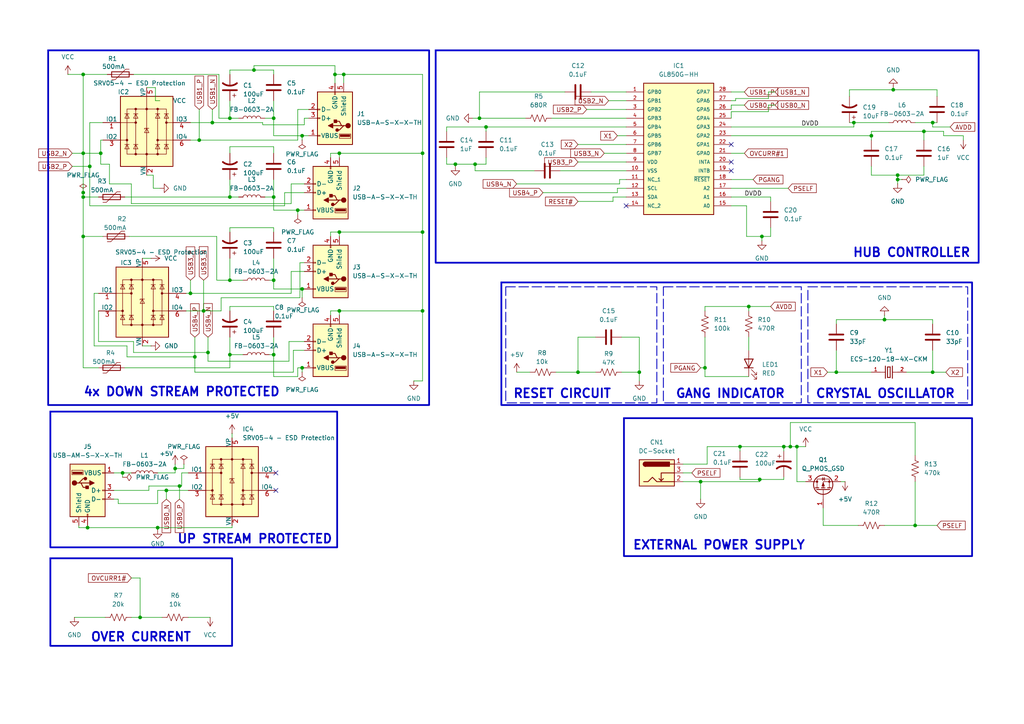
<source format=kicad_sch>
(kicad_sch (version 20231120) (generator "eeschema") (generator_version "8.0")
  (paper "A4")
  (title_block (title "USB Hub Port Extender") (date "2026-01-12"))
  (junction (at 220.98 68.58))
  (junction (at 86.36 60.96))
  (junction (at 87.63 39.37))
  (junction (at 260.35 50.8))
  (junction (at 26.035 48.26))
  (junction (at 66.675 81.28))
  (junction (at 204.47 106.68))
  (junction (at 50.8 135.89))
  (junction (at 247.65 35.56))
  (junction (at 227.33 129.54))
  (junction (at 98.425 44.45))
  (junction (at 60.325 102.235))
  (junction (at 259.08 26.035))
  (junction (at 203.2 139.7))
  (junction (at 79.375 81.28))
  (junction (at 231.14 129.54))
  (junction (at 252.73 39.37))
  (junction (at 256.54 92.71))
  (junction (at 220.345 139.065))
  (junction (at 45.72 153.035))
  (junction (at 66.675 57.15))
  (junction (at 40.64 179.07))
  (junction (at 270.51 107.95))
  (junction (at 270.51 35.56))
  (junction (at 229.235 129.54))
  (junction (at 242.57 107.95))
  (junction (at 61.595 35.56))
  (junction (at 24.13 21.59))
  (junction (at 139.065 34.29))
  (junction (at 66.675 102.87))
  (junction (at 265.43 152.4))
  (junction (at 48.26 142.24))
  (junction (at 137.795 47.625))
  (junction (at 25.4 153.035))
  (junction (at 79.375 102.87))
  (junction (at 57.785 40.64))
  (junction (at 35.56 137.16))
  (junction (at 56.515 103.505))
  (junction (at 24.13 68.58))
  (junction (at 214.63 129.54))
  (junction (at 79.375 57.15))
  (junction (at 73.66 20.32))
  (junction (at 185.42 107.95))
  (junction (at 267.97 38.1))
  (junction (at 140.97 36.83))
  (junction (at 24.13 55.88))
  (junction (at 260.35 52.07))
  (junction (at 87.63 106.68))
  (junction (at 132.08 47.625))
  (junction (at 167.64 107.95))
  (junction (at 24.13 57.15))
  (junction (at 66.675 34.29))
  (junction (at 29.21 44.45))
  (junction (at 122.555 67.31))
  (junction (at 98.425 67.31))
  (junction (at 87.63 83.82))
  (junction (at 24.13 44.45))
  (junction (at 52.07 140.97))
  (junction (at 122.555 44.45))
  (junction (at 79.375 34.29))
  (junction (at 217.17 88.9))
  (junction (at 55.245 85.09))
  (junction (at 122.555 90.17))
  (junction (at 59.055 90.17))
  (junction (at 98.425 90.17))
  (junction (at 99.695 21.59))
  (junction (at 97.155 21.59))
  (no_connect (at 212.09 49.53))
  (no_connect (at 212.09 41.91))
  (no_connect (at 80.01 142.24))
  (no_connect (at 181.61 59.69))
  (no_connect (at 212.09 46.99))
  (no_connect (at 80.01 137.16))
  (wire (pts (xy 275.59 36.83) (xy 270.51 36.83)))
  (wire (pts (xy 79.375 42.545) (xy 79.375 44.45)))
  (wire (pts (xy 84.455 78.74) (xy 84.455 85.09)))
  (wire (pts (xy 139.065 34.29) (xy 137.16 34.29)))
  (wire (pts (xy 66.675 52.07) (xy 66.675 57.15)))
  (wire (pts (xy 24.13 44.45) (xy 29.21 44.45)))
  (wire (pts (xy 98.425 67.31) (xy 98.425 68.58)))
  (wire (pts (xy 56.515 107.95) (xy 56.515 103.505)))
  (wire (pts (xy 167.64 107.95) (xy 172.72 107.95)))
  (wire (pts (xy 84.455 59.055) (xy 38.1 59.055)))
  (wire (pts (xy 63.5 34.29) (xy 66.675 34.29)))
  (wire (pts (xy 38.735 21.59) (xy 63.5 21.59)))
  (wire (pts (xy 265.43 152.4) (xy 265.43 139.7)))
  (wire (pts (xy 214.63 129.54) (xy 227.33 129.54)))
  (wire (pts (xy 24.13 57.15) (xy 28.575 57.15)))
  (wire (pts (xy 129.54 47.625) (xy 132.08 47.625)))
  (wire (pts (xy 55.245 40.64) (xy 57.785 40.64)))
  (wire (pts (xy 271.78 26.035) (xy 259.08 26.035)))
  (wire (pts (xy 204.47 88.9) (xy 217.17 88.9)))
  (wire (pts (xy 66.675 88.9) (xy 66.675 90.17)))
  (wire (pts (xy 149.86 107.95) (xy 153.67 107.95)))
  (wire (pts (xy 41.275 100.33) (xy 43.815 100.33)))
  (wire (pts (xy 29.21 40.64) (xy 29.21 44.45)))
  (wire (pts (xy 38.1 53.34) (xy 31.75 53.34)))
  (wire (pts (xy 180.34 97.79) (xy 185.42 97.79)))
  (wire (pts (xy 223.52 66.04) (xy 223.52 68.58)))
  (wire (pts (xy 95.885 44.45) (xy 98.425 44.45)))
  (wire (pts (xy 246.38 26.035) (xy 259.08 26.035)))
  (wire (pts (xy 79.375 97.79) (xy 79.375 102.87)))
  (wire (pts (xy 24.13 57.15) (xy 24.13 68.58)))
  (wire (pts (xy 212.09 30.48) (xy 212.09 31.75)))
  (wire (pts (xy 122.555 44.45) (xy 122.555 67.31)))
  (wire (pts (xy 38.1 179.07) (xy 40.64 179.07)))
  (wire (pts (xy 79.375 102.87) (xy 78.105 102.87)))
  (wire (pts (xy 42.545 25.4) (xy 45.085 25.4)))
  (wire (pts (xy 140.97 36.83) (xy 140.97 38.1)))
  (wire (pts (xy 203.2 139.7) (xy 203.2 144.78)))
  (wire (pts (xy 238.76 147.32) (xy 238.76 152.4)))
  (wire (pts (xy 66.675 29.21) (xy 66.675 34.29)))
  (wire (pts (xy 212.09 44.45) (xy 215.9 44.45)))
  (wire (pts (xy 52.07 140.97) (xy 43.18 140.97)))
  (wire (pts (xy 33.02 137.16) (xy 35.56 137.16)))
  (wire (pts (xy 86.36 109.22) (xy 86.36 106.68)))
  (wire (pts (xy 265.43 132.08) (xy 265.43 122.555)))
  (wire (pts (xy 86.995 76.2) (xy 88.265 76.2)))
  (wire (pts (xy 43.18 140.97) (xy 43.18 142.24)))
  (wire (pts (xy 95.885 45.72) (xy 95.885 44.45)))
  (wire (pts (xy 66.675 57.15) (xy 69.215 57.15)))
  (wire (pts (xy 26.035 48.26) (xy 20.955 48.26)))
  (wire (pts (xy 86.36 60.96) (xy 79.375 60.96)))
  (wire (pts (xy 270.51 92.71) (xy 256.54 92.71)))
  (wire (pts (xy 160.02 34.29) (xy 181.61 34.29)))
  (wire (pts (xy 122.555 90.17) (xy 122.555 110.49)))
  (wire (pts (xy 52.07 140.97) (xy 52.07 144.78)))
  (wire (pts (xy 229.235 122.555) (xy 229.235 129.54)))
  (wire (pts (xy 220.345 139.7) (xy 220.345 139.065)))
  (wire (pts (xy 252.73 48.26) (xy 252.73 50.8)))
  (wire (pts (xy 265.43 35.56) (xy 270.51 35.56)))
  (wire (pts (xy 179.705 52.07) (xy 181.61 52.07)))
  (wire (pts (xy 212.09 57.15) (xy 223.52 57.15)))
  (wire (pts (xy 24.13 68.58) (xy 24.13 106.68)))
  (wire (pts (xy 137.795 47.625) (xy 140.97 47.625)))
  (wire (pts (xy 86.36 31.75) (xy 89.535 31.75)))
  (wire (pts (xy 132.08 47.625) (xy 132.08 48.26)))
  (wire (pts (xy 79.375 57.15) (xy 79.375 52.07)))
  (wire (pts (xy 34.29 144.78) (xy 34.29 146.05)))
  (wire (pts (xy 61.595 35.56) (xy 76.2 35.56)))
  (wire (pts (xy 270.51 107.95) (xy 274.32 107.95)))
  (wire (pts (xy 38.735 102.235) (xy 60.325 102.235)))
  (wire (pts (xy 66.675 81.28) (xy 70.485 81.28)))
  (wire (pts (xy 73.66 19.05) (xy 97.155 19.05)))
  (wire (pts (xy 76.2 35.56) (xy 76.2 36.195)))
  (wire (pts (xy 185.42 97.79) (xy 185.42 107.95)))
  (wire (pts (xy 79.375 66.04) (xy 79.375 67.31)))
  (wire (pts (xy 260.35 52.07) (xy 260.35 53.34)))
  (wire (pts (xy 25.4 153.035) (xy 45.72 153.035)))
  (wire (pts (xy 79.375 39.37) (xy 79.375 34.29)))
  (wire (pts (xy 212.09 59.69) (xy 216.535 59.69)))
  (wire (pts (xy 98.425 44.45) (xy 122.555 44.45)))
  (wire (pts (xy 88.265 99.06) (xy 83.82 99.06)))
  (wire (pts (xy 212.09 26.67) (xy 215.9 26.67)))
  (wire (pts (xy 29.21 47.625) (xy 29.21 44.45)))
  (wire (pts (xy 205.105 129.54) (xy 214.63 129.54)))
  (wire (pts (xy 86.995 86.36) (xy 86.995 76.2)))
  (wire (pts (xy 24.13 21.59) (xy 31.115 21.59)))
  (wire (pts (xy 79.375 88.9) (xy 79.375 90.17)))
  (wire (pts (xy 88.265 83.82) (xy 87.63 83.82)))
  (wire (pts (xy 154.94 49.53) (xy 137.795 49.53)))
  (wire (pts (xy 35.56 137.16) (xy 35.56 138.43)))
  (wire (pts (xy 216.535 68.58) (xy 220.98 68.58)))
  (wire (pts (xy 76.835 57.15) (xy 79.375 57.15)))
  (wire (pts (xy 66.675 88.9) (xy 79.375 88.9)))
  (wire (pts (xy 214.63 129.54) (xy 214.63 130.81)))
  (wire (pts (xy 28.575 99.06) (xy 38.735 99.06)))
  (wire (pts (xy 223.52 57.15) (xy 223.52 58.42)))
  (wire (pts (xy 66.675 20.32) (xy 73.66 20.32)))
  (wire (pts (xy 242.57 93.98) (xy 242.57 92.71)))
  (wire (pts (xy 172.72 97.79) (xy 167.64 97.79)))
  (wire (pts (xy 99.695 21.59) (xy 99.695 24.13)))
  (wire (pts (xy 222.885 28.575) (xy 213.36 28.575)))
  (wire (pts (xy 222.885 26.67) (xy 222.885 28.575)))
  (wire (pts (xy 220.345 139.065) (xy 214.63 139.065)))
  (wire (pts (xy 87.63 83.82) (xy 87.63 86.36)))
  (wire (pts (xy 167.64 41.91) (xy 181.61 41.91)))
  (wire (pts (xy 79.375 74.93) (xy 79.375 81.28)))
  (wire (pts (xy 214.63 139.065) (xy 214.63 138.43)))
  (wire (pts (xy 179.07 39.37) (xy 181.61 39.37)))
  (wire (pts (xy 66.675 97.79) (xy 66.675 102.87)))
  (wire (pts (xy 242.57 101.6) (xy 242.57 107.95)))
  (wire (pts (xy 53.34 134.62) (xy 53.34 135.89)))
  (wire (pts (xy 177.8 58.42) (xy 177.8 57.15)))
  (wire (pts (xy 44.45 50.8) (xy 44.45 54.61)))
  (wire (pts (xy 38.1 167.64) (xy 40.64 167.64)))
  (wire (pts (xy 139.065 26.67) (xy 139.065 34.29)))
  (wire (pts (xy 48.26 142.24) (xy 48.26 144.78)))
  (wire (pts (xy 88.265 55.88) (xy 82.55 55.88)))
  (wire (pts (xy 66.675 42.545) (xy 79.375 42.545)))
  (wire (pts (xy 54.61 179.07) (xy 60.96 179.07)))
  (wire (pts (xy 242.57 107.95) (xy 252.73 107.95)))
  (wire (pts (xy 256.54 152.4) (xy 265.43 152.4)))
  (wire (pts (xy 45.72 142.24) (xy 45.72 146.05)))
  (wire (pts (xy 260.35 50.8) (xy 260.35 52.07)))
  (wire (pts (xy 97.155 21.59) (xy 99.695 21.59)))
  (wire (pts (xy 34.29 146.05) (xy 45.72 146.05)))
  (wire (pts (xy 57.785 31.75) (xy 57.785 40.64)))
  (wire (pts (xy 83.82 99.06) (xy 83.82 104.775)))
  (wire (pts (xy 53.975 90.17) (xy 59.055 90.17)))
  (wire (pts (xy 176.53 29.21) (xy 181.61 29.21)))
  (wire (pts (xy 86.36 106.68) (xy 87.63 106.68)))
  (wire (pts (xy 66.675 106.68) (xy 66.675 102.87)))
  (wire (pts (xy 62.865 68.58) (xy 62.865 81.28)))
  (wire (pts (xy 55.245 81.28) (xy 55.245 85.09)))
  (wire (pts (xy 267.97 38.1) (xy 267.97 40.64)))
  (wire (pts (xy 171.45 26.67) (xy 181.61 26.67)))
  (wire (pts (xy 227.33 138.43) (xy 227.33 139.065)))
  (wire (pts (xy 52.705 140.97) (xy 52.07 140.97)))
  (wire (pts (xy 79.375 83.82) (xy 79.375 81.28)))
  (wire (pts (xy 40.64 167.64) (xy 40.64 179.07)))
  (wire (pts (xy 84.455 53.34) (xy 84.455 59.055)))
  (wire (pts (xy 61.595 31.75) (xy 61.595 35.56)))
  (wire (pts (xy 260.35 52.07) (xy 261.62 52.07)))
  (wire (pts (xy 252.73 38.1) (xy 267.97 38.1)))
  (wire (pts (xy 31.75 47.625) (xy 29.21 47.625)))
  (wire (pts (xy 27.305 85.09) (xy 27.305 100.33)))
  (wire (pts (xy 185.42 107.95) (xy 185.42 110.49)))
  (wire (pts (xy 87.63 106.68) (xy 88.265 106.68)))
  (wire (pts (xy 62.865 81.28) (xy 66.675 81.28)))
  (wire (pts (xy 33.02 142.24) (xy 43.18 142.24)))
  (wire (pts (xy 97.155 19.05) (xy 97.155 21.59)))
  (wire (pts (xy 246.38 35.56) (xy 247.65 35.56)))
  (wire (pts (xy 29.845 40.64) (xy 29.21 40.64)))
  (wire (pts (xy 139.065 34.29) (xy 152.4 34.29)))
  (wire (pts (xy 79.375 20.32) (xy 79.375 21.59)))
  (wire (pts (xy 36.83 100.33) (xy 36.83 103.505)))
  (wire (pts (xy 24.13 21.59) (xy 24.13 44.45)))
  (wire (pts (xy 231.14 139.7) (xy 233.68 139.7)))
  (wire (pts (xy 66.675 42.545) (xy 66.675 44.45)))
  (wire (pts (xy 56.515 103.505) (xy 56.515 97.79)))
  (wire (pts (xy 38.735 99.06) (xy 38.735 102.235)))
  (wire (pts (xy 37.465 68.58) (xy 62.865 68.58)))
  (wire (pts (xy 82.55 55.88) (xy 82.55 59.69)))
  (wire (pts (xy 170.18 31.75) (xy 181.61 31.75)))
  (wire (pts (xy 273.685 39.37) (xy 279.4 39.37)))
  (wire (pts (xy 55.245 35.56) (xy 61.595 35.56)))
  (wire (pts (xy 55.245 85.09) (xy 53.975 85.09)))
  (wire (pts (xy 29.845 35.56) (xy 26.035 35.56)))
  (wire (pts (xy 38.1 59.055) (xy 38.1 53.34)))
  (wire (pts (xy 50.8 135.89) (xy 50.8 134.62)))
  (wire (pts (xy 28.575 90.17) (xy 28.575 99.06)))
  (wire (pts (xy 45.085 25.4) (xy 45.085 29.21)))
  (wire (pts (xy 224.79 26.67) (xy 222.885 26.67)))
  (wire (pts (xy 198.12 137.16) (xy 200.66 137.16)))
  (wire (pts (xy 24.13 55.88) (xy 24.13 57.15)))
  (wire (pts (xy 28.575 85.09) (xy 27.305 85.09)))
  (wire (pts (xy 86.36 109.22) (xy 79.375 109.22)))
  (wire (pts (xy 247.65 35.56) (xy 257.81 35.56)))
  (wire (pts (xy 213.36 29.21) (xy 212.09 29.21)))
  (wire (pts (xy 24.13 68.58) (xy 29.845 68.58)))
  (wire (pts (xy 31.75 53.34) (xy 31.75 47.625)))
  (wire (pts (xy 270.51 35.56) (xy 271.78 35.56)))
  (wire (pts (xy 240.03 107.95) (xy 242.57 107.95)))
  (wire (pts (xy 267.97 38.1) (xy 273.685 38.1)))
  (wire (pts (xy 99.695 21.59) (xy 122.555 21.59)))
  (wire (pts (xy 98.425 67.31) (xy 122.555 67.31)))
  (wire (pts (xy 24.13 21.59) (xy 19.685 21.59)))
  (wire (pts (xy 44.45 54.61) (xy 46.355 54.61)))
  (wire (pts (xy 132.08 47.625) (xy 137.795 47.625)))
  (wire (pts (xy 54.61 137.16) (xy 52.705 137.16)))
  (wire (pts (xy 227.33 129.54) (xy 229.235 129.54)))
  (wire (pts (xy 45.72 153.035) (xy 67.31 153.035)))
  (wire (pts (xy 122.555 21.59) (xy 122.555 44.45)))
  (wire (pts (xy 265.43 152.4) (xy 271.78 152.4)))
  (wire (pts (xy 59.055 81.28) (xy 59.055 90.17)))
  (wire (pts (xy 79.375 109.22) (xy 79.375 102.87)))
  (wire (pts (xy 203.2 106.68) (xy 204.47 106.68)))
  (wire (pts (xy 83.82 104.775) (xy 60.325 104.775)))
  (wire (pts (xy 175.26 44.45) (xy 181.61 44.45)))
  (wire (pts (xy 88.265 34.29) (xy 89.535 34.29)))
  (wire (pts (xy 22.86 153.035) (xy 25.4 153.035)))
  (wire (pts (xy 180.34 107.95) (xy 185.42 107.95)))
  (wire (pts (xy 179.07 55.88) (xy 179.07 54.61)))
  (wire (pts (xy 64.135 86.36) (xy 86.995 86.36)))
  (wire (pts (xy 63.5 21.59) (xy 63.5 34.29)))
  (wire (pts (xy 270.51 36.83) (xy 270.51 35.56)))
  (wire (pts (xy 167.64 97.79) (xy 167.64 107.95)))
  (wire (pts (xy 84.455 85.09) (xy 55.245 85.09)))
  (wire (pts (xy 217.17 88.9) (xy 217.17 90.17)))
  (wire (pts (xy 265.43 122.555) (xy 229.235 122.555)))
  (wire (pts (xy 238.76 152.4) (xy 248.92 152.4)))
  (wire (pts (xy 79.375 81.28) (xy 78.105 81.28)))
  (wire (pts (xy 24.13 44.45) (xy 24.13 55.88)))
  (wire (pts (xy 231.14 129.54) (xy 233.68 129.54)))
  (wire (pts (xy 36.195 57.15) (xy 66.675 57.15)))
  (wire (pts (xy 35.56 137.16) (xy 38.1 137.16)))
  (wire (pts (xy 52.705 137.16) (xy 52.705 140.97)))
  (wire (pts (xy 28.575 106.68) (xy 24.13 106.68)))
  (wire (pts (xy 87.63 39.37) (xy 87.63 40.64)))
  (wire (pts (xy 149.86 53.34) (xy 179.705 53.34)))
  (wire (pts (xy 203.2 139.7) (xy 220.345 139.7)))
  (wire (pts (xy 79.375 34.29) (xy 76.835 34.29)))
  (wire (pts (xy 222.885 32.385) (xy 212.09 32.385)))
  (wire (pts (xy 89.535 39.37) (xy 87.63 39.37)))
  (wire (pts (xy 279.4 39.37) (xy 279.4 40.64)))
  (wire (pts (xy 252.73 50.8) (xy 260.35 50.8)))
  (wire (pts (xy 79.375 29.21) (xy 79.375 34.29)))
  (wire (pts (xy 66.675 66.04) (xy 66.675 67.31)))
  (wire (pts (xy 76.2 36.195) (xy 88.265 36.195)))
  (wire (pts (xy 67.31 125.73) (xy 67.31 127)))
  (wire (pts (xy 88.265 60.96) (xy 86.36 60.96)))
  (wire (pts (xy 82.55 59.69) (xy 26.035 59.69)))
  (wire (pts (xy 73.66 20.32) (xy 79.375 20.32)))
  (wire (pts (xy 95.885 68.58) (xy 95.885 67.31)))
  (wire (pts (xy 120.015 110.49) (xy 122.555 110.49)))
  (wire (pts (xy 27.305 100.33) (xy 36.83 100.33)))
  (wire (pts (xy 66.675 34.29) (xy 69.215 34.29)))
  (wire (pts (xy 73.66 20.32) (xy 73.66 19.05)))
  (wire (pts (xy 129.54 36.83) (xy 140.97 36.83)))
  (wire (pts (xy 33.02 144.78) (xy 34.29 144.78)))
  (wire (pts (xy 212.09 32.385) (xy 212.09 34.29)))
  (wire (pts (xy 87.63 83.82) (xy 79.375 83.82)))
  (wire (pts (xy 66.675 102.87) (xy 70.485 102.87)))
  (wire (pts (xy 97.155 24.13) (xy 97.155 21.59)))
  (wire (pts (xy 129.54 45.72) (xy 129.54 47.625)))
  (wire (pts (xy 198.12 139.7) (xy 203.2 139.7)))
  (wire (pts (xy 161.29 107.95) (xy 167.64 107.95)))
  (wire (pts (xy 45.72 153.035) (xy 45.72 153.67)))
  (wire (pts (xy 229.235 129.54) (xy 231.14 129.54)))
  (wire (pts (xy 243.84 139.7) (xy 245.11 139.7)))
  (wire (pts (xy 212.09 52.07) (xy 218.44 52.07)))
  (wire (pts (xy 88.265 101.6) (xy 85.09 101.6)))
  (wire (pts (xy 246.38 27.94) (xy 246.38 26.035)))
  (wire (pts (xy 87.63 106.68) (xy 87.63 107.95)))
  (wire (pts (xy 98.425 44.45) (xy 98.425 45.72)))
  (wire (pts (xy 66.675 74.93) (xy 66.675 81.28)))
  (wire (pts (xy 177.8 57.15) (xy 181.61 57.15)))
  (wire (pts (xy 204.47 109.22) (xy 217.17 109.22)))
  (wire (pts (xy 87.63 39.37) (xy 79.375 39.37)))
  (wire (pts (xy 42.545 50.8) (xy 44.45 50.8)))
  (wire (pts (xy 227.33 139.065) (xy 220.345 139.065)))
  (wire (pts (xy 50.8 137.16) (xy 50.8 135.89)))
  (wire (pts (xy 67.31 152.4) (xy 67.31 153.035)))
  (wire (pts (xy 242.57 92.71) (xy 256.54 92.71)))
  (wire (pts (xy 270.51 101.6) (xy 270.51 107.95)))
  (wire (pts (xy 216.535 59.69) (xy 216.535 68.58)))
  (wire (pts (xy 26.035 35.56) (xy 26.035 48.26)))
  (wire (pts (xy 222.885 30.48) (xy 222.885 32.385)))
  (wire (pts (xy 267.97 48.26) (xy 267.97 50.8)))
  (wire (pts (xy 215.9 30.48) (xy 212.09 30.48)))
  (wire (pts (xy 198.12 134.62) (xy 205.105 134.62)))
  (wire (pts (xy 25.4 152.4) (xy 25.4 153.035)))
  (wire (pts (xy 256.54 92.71) (xy 256.54 91.44)))
  (wire (pts (xy 36.83 103.505) (xy 56.515 103.505)))
  (wire (pts (xy 205.105 134.62) (xy 205.105 129.54)))
  (wire (pts (xy 179.07 54.61) (xy 181.61 54.61)))
  (wire (pts (xy 22.86 152.4) (xy 22.86 153.035)))
  (wire (pts (xy 95.885 67.31) (xy 98.425 67.31)))
  (wire (pts (xy 204.47 90.17) (xy 204.47 88.9)))
  (wire (pts (xy 179.705 53.34) (xy 179.705 52.07)))
  (wire (pts (xy 224.79 30.48) (xy 222.885 30.48)))
  (wire (pts (xy 57.785 40.64) (xy 86.36 40.64)))
  (wire (pts (xy 40.64 179.07) (xy 46.99 179.07)))
  (wire (pts (xy 162.56 49.53) (xy 181.61 49.53)))
  (wire (pts (xy 64.135 90.17) (xy 64.135 86.36)))
  (wire (pts (xy 204.47 97.79) (xy 204.47 106.68)))
  (wire (pts (xy 252.73 39.37) (xy 252.73 40.64)))
  (wire (pts (xy 95.885 90.17) (xy 98.425 90.17)))
  (wire (pts (xy 217.17 88.9) (xy 223.52 88.9)))
  (wire (pts (xy 231.14 129.54) (xy 231.14 139.7)))
  (wire (pts (xy 59.055 90.17) (xy 64.135 90.17)))
  (wire (pts (xy 45.72 137.16) (xy 50.8 137.16)))
  (wire (pts (xy 270.51 93.98) (xy 270.51 92.71)))
  (wire (pts (xy 163.83 26.67) (xy 139.065 26.67)))
  (wire (pts (xy 85.09 101.6) (xy 85.09 107.95)))
  (wire (pts (xy 88.265 36.195) (xy 88.265 34.29)))
  (wire (pts (xy 260.35 50.8) (xy 267.97 50.8)))
  (wire (pts (xy 88.265 53.34) (xy 84.455 53.34)))
  (wire (pts (xy 129.54 36.83) (xy 129.54 38.1)))
  (wire (pts (xy 66.675 20.32) (xy 66.675 21.59)))
  (wire (pts (xy 259.08 26.035) (xy 259.08 25.4)))
  (wire (pts (xy 54.61 142.24) (xy 48.26 142.24)))
  (wire (pts (xy 26.035 48.26) (xy 26.035 59.69)))
  (wire (pts (xy 21.59 179.07) (xy 30.48 179.07)))
  (wire (pts (xy 167.64 46.99) (xy 181.61 46.99)))
  (wire (pts (xy 213.36 28.575) (xy 213.36 29.21)))
  (wire (pts (xy 79.375 60.96) (xy 79.375 57.15)))
  (wire (pts (xy 270.51 107.95) (xy 262.89 107.95)))
  (wire (pts (xy 227.33 129.54) (xy 227.33 130.81)))
  (wire (pts (xy 53.34 135.89) (xy 50.8 135.89)))
  (wire (pts (xy 36.195 106.68) (xy 66.675 106.68)))
  (wire (pts (xy 95.885 91.44) (xy 95.885 90.17)))
  (wire (pts (xy 212.09 39.37) (xy 252.73 39.37)))
  (wire (pts (xy 122.555 67.31) (xy 122.555 90.17)))
  (wire (pts (xy 247.65 36.83) (xy 247.65 35.56)))
  (wire (pts (xy 137.795 49.53) (xy 137.795 47.625)))
  (wire (pts (xy 41.275 74.93) (xy 43.815 74.93)))
  (wire (pts (xy 271.78 27.94) (xy 271.78 26.035)))
  (wire (pts (xy 24.13 44.45) (xy 20.955 44.45)))
  (wire (pts (xy 140.97 36.83) (xy 181.61 36.83)))
  (wire (pts (xy 88.265 78.74) (xy 84.455 78.74)))
  (wire (pts (xy 45.085 29.21) (xy 46.355 29.21)))
  (wire (pts (xy 60.325 104.775) (xy 60.325 102.235)))
  (wire (pts (xy 204.47 106.68) (xy 204.47 109.22)))
  (wire (pts (xy 86.36 40.64) (xy 86.36 31.75)))
  (wire (pts (xy 48.26 142.24) (xy 45.72 142.24)))
  (wire (pts (xy 252.73 38.1) (xy 252.73 39.37)))
  (wire (pts (xy 157.48 55.88) (xy 179.07 55.88)))
  (wire (pts (xy 212.09 54.61) (xy 228.6 54.61)))
  (wire (pts (xy 217.17 97.79) (xy 217.17 101.6)))
  (wire (pts (xy 98.425 90.17) (xy 98.425 91.44)))
  (wire (pts (xy 140.97 45.72) (xy 140.97 47.625)))
  (wire (pts (xy 167.64 58.42) (xy 177.8 58.42)))
  (wire (pts (xy 85.09 107.95) (xy 56.515 107.95)))
  (wire (pts (xy 66.675 66.04) (xy 79.375 66.04)))
  (wire (pts (xy 98.425 90.17) (xy 122.555 90.17)))
  (wire (pts (xy 86.36 60.96) (xy 86.36 62.23)))
  (wire (pts (xy 273.685 38.1) (xy 273.685 39.37)))
  (wire (pts (xy 220.98 68.58) (xy 220.98 69.85)))
  (wire (pts (xy 60.325 102.235) (xy 60.325 97.79)))
  (wire (pts (xy 212.09 36.83) (xy 247.65 36.83)))
  (wire (pts (xy 220.98 68.58) (xy 223.52 68.58)))
  (rectangle (start 180.975 121.285) (end 281.94 161.29) (stroke (width 0.508)))
  (rectangle (start 234.315 83.185) (end 280.67 116.84) (stroke (width 0.254) (type dash)))
  (rectangle (start 192.405 83.185) (end 232.41 116.84) (stroke (width 0.254) (type dash)))
  (rectangle (start 126.365 14.605) (end 283.845 76.2) (stroke (width 0.508)))
  (rectangle (start 146.685 83.185) (end 190.5 116.84) (stroke (width 0.254) (type dash)))
  (rectangle (start 14.605 161.925) (end 67.31 187.325) (stroke (width 0.508)))
  (rectangle (start 145.415 81.915) (end 281.94 117.475) (stroke (width 0.508)))
  (rectangle (start 14.605 119.38) (end 97.79 158.75) (stroke (width 0.508)))
  (rectangle (start 13.97 14.605) (end 124.46 117.475) (stroke (width 0.508)))
  (text "CRYSTAL OSCILLATOR" (at 256.794 114.3 0) (effects (font (size 2.54 2.54) (thickness 0.508) (bold yes))))
  (text "UP STREAM PROTECTED" (at 73.914 156.464 0) (effects (font (size 2.54 2.54) (thickness 0.508) (bold yes))))
  (text "HUB CONTROLLER\n" (at 264.414 73.406 0) (effects (font (size 2.54 2.54) (thickness 0.508) (bold yes))))
  (text "EXTERNAL POWER SUPPLY" (at 208.534 158.242 0) (effects (font (size 2.54 2.54) (thickness 0.508) (bold yes))))
  (text "4x DOWN STREAM PROTECTED" (at 52.705 113.792 0) (effects (font (size 2.54 2.54) (thickness 0.508) (bold yes))))
  (text "OVER CURRENT" (at 40.894 184.912 0) (effects (font (size 2.54 2.54) (thickness 0.508) (bold yes))))
  (text "GANG INDICATOR" (at 211.836 114.3 0) (effects (font (size 2.54 2.54) (thickness 0.508) (bold yes))))
  (text "RESET CIRCUIT" (at 163.068 114.3 0) (effects (font (size 2.54 2.54) (thickness 0.508) (bold yes))))
  (label "DVDD" (at 232.41 36.83 0))
  (label "DVDD" (at 215.9 57.15 0))
  (global_label "USB4_P" (shape input) (at 56.515 97.79 90) (property "Intersheetrefs" "${INTERSHEET_REFS}" (effects (hide yes))))
  (global_label "USB3_P" (shape input) (at 55.245 81.28 90) (property "Intersheetrefs" "${INTERSHEET_REFS}" (effects (hide yes))))
  (global_label "RESET#" (shape input) (at 167.64 58.42 180) (property "Intersheetrefs" "${INTERSHEET_REFS}" (effects (hide yes))))
  (global_label "USB2_N" (shape input) (at 176.53 29.21 180) (property "Intersheetrefs" "${INTERSHEET_REFS}" (effects (hide yes))))
  (global_label "X1" (shape input) (at 179.07 39.37 180) (property "Intersheetrefs" "${INTERSHEET_REFS}" (effects (hide yes))))
  (global_label "X1" (shape input) (at 240.03 107.95 180) (property "Intersheetrefs" "${INTERSHEET_REFS}" (effects (hide yes))))
  (global_label "OVCURR1#" (shape input) (at 38.1 167.64 180) (property "Intersheetrefs" "${INTERSHEET_REFS}" (effects (hide yes))))
  (global_label "X2" (shape input) (at 167.64 41.91 180) (property "Intersheetrefs" "${INTERSHEET_REFS}" (effects (hide yes))))
  (global_label "PGANG" (shape input) (at 203.2 106.68 180) (property "Intersheetrefs" "${INTERSHEET_REFS}" (effects (hide yes))))
  (global_label "AVDD" (shape input) (at 223.52 88.9 0) (property "Intersheetrefs" "${INTERSHEET_REFS}" (effects (hide yes))))
  (global_label "USB1_N" (shape input) (at 61.595 31.75 90) (property "Intersheetrefs" "${INTERSHEET_REFS}" (effects (hide yes))))
  (global_label "USB2_P" (shape input) (at 170.18 31.75 180) (property "Intersheetrefs" "${INTERSHEET_REFS}" (effects (hide yes))))
  (global_label "PSELF" (shape input) (at 200.66 137.16 0) (property "Intersheetrefs" "${INTERSHEET_REFS}" (effects (hide yes))))
  (global_label "X2" (shape input) (at 274.32 107.95 0) (property "Intersheetrefs" "${INTERSHEET_REFS}" (effects (hide yes))))
  (global_label "USB1_N" (shape input) (at 224.79 26.67 0) (property "Intersheetrefs" "${INTERSHEET_REFS}" (effects (hide yes))))
  (global_label "PSELF" (shape input) (at 271.78 152.4 0) (property "Intersheetrefs" "${INTERSHEET_REFS}" (effects (hide yes))))
  (global_label "USB4_N" (shape input) (at 149.86 53.34 180) (property "Intersheetrefs" "${INTERSHEET_REFS}" (effects (hide yes))))
  (global_label "USB0_P" (shape input) (at 215.9 30.48 0) (property "Intersheetrefs" "${INTERSHEET_REFS}" (effects (hide yes))))
  (global_label "USB3_N" (shape input) (at 175.26 44.45 180) (property "Intersheetrefs" "${INTERSHEET_REFS}" (effects (hide yes))))
  (global_label "USB3_N" (shape input) (at 59.055 81.28 90) (property "Intersheetrefs" "${INTERSHEET_REFS}" (effects (hide yes))))
  (global_label "PGANG" (shape input) (at 218.44 52.07 0) (property "Intersheetrefs" "${INTERSHEET_REFS}" (effects (hide yes))))
  (global_label "AVDD" (shape input) (at 275.59 36.83 0) (property "Intersheetrefs" "${INTERSHEET_REFS}" (effects (hide yes))))
  (global_label "PSELF" (shape input) (at 228.6 54.61 0) (property "Intersheetrefs" "${INTERSHEET_REFS}" (effects (hide yes))))
  (global_label "USB0_N" (shape input) (at 224.79 30.48 0) (property "Intersheetrefs" "${INTERSHEET_REFS}" (effects (hide yes))))
  (global_label "USB1_P" (shape input) (at 57.785 31.75 90) (property "Intersheetrefs" "${INTERSHEET_REFS}" (effects (hide yes))))
  (global_label "USB4_N" (shape input) (at 60.325 97.79 90) (property "Intersheetrefs" "${INTERSHEET_REFS}" (effects (hide yes))))
  (global_label "USB4_P" (shape input) (at 157.48 55.88 180) (property "Intersheetrefs" "${INTERSHEET_REFS}" (effects (hide yes))))
  (global_label "USB0_P" (shape input) (at 52.07 144.78 270) (property "Intersheetrefs" "${INTERSHEET_REFS}" (effects (hide yes))))
  (global_label "USB3_P" (shape input) (at 167.64 46.99 180) (property "Intersheetrefs" "${INTERSHEET_REFS}" (effects (hide yes))))
  (global_label "USB0_N" (shape input) (at 48.26 144.78 270) (property "Intersheetrefs" "${INTERSHEET_REFS}" (effects (hide yes))))
  (global_label "USB2_N" (shape input) (at 20.955 44.45 180) (property "Intersheetrefs" "${INTERSHEET_REFS}" (effects (hide yes))))
  (global_label "USB1_P" (shape input) (at 215.9 26.67 0) (property "Intersheetrefs" "${INTERSHEET_REFS}" (effects (hide yes))))
  (global_label "OVCURR#1" (shape input) (at 215.9 44.45 0) (property "Intersheetrefs" "${INTERSHEET_REFS}" (effects (hide yes))))
  (global_label "USB2_P" (shape input) (at 20.955 48.26 180) (property "Intersheetrefs" "${INTERSHEET_REFS}" (effects (hide yes))))
  (symbol (lib_id "Connector:USB_A") (at 95.885 55.88 180) (unit 1)
    (property "Reference" "J2" (at 102.235 54.6099 0) (effects (justify right)))
    (property "Value" "USB-A-S-X-X-TH" (at 102.235 57.1499 0) (effects (justify right)))
    (property "Footprint" "Connector_USB:USB_A_Molex_67643_Horizontal" (effects (hide yes)))
    (property "Description" "USB Type A connector" (effects (hide yes)))
  )
  (symbol (lib_id "Connector:USB_A") (at 97.155 34.29 180) (unit 1)
    (property "Reference" "J1" (at 103.505 33.0199 0) (effects (justify right)))
    (property "Value" "USB-A-S-X-X-TH" (at 103.505 35.5599 0) (effects (justify right)))
    (property "Footprint" "Connector_USB:USB_A_Molex_67643_Horizontal" (effects (hide yes)))
    (property "Description" "USB Type A connector" (effects (hide yes)))
  )
  (symbol (lib_id "Device:C") (at 140.97 41.91 180) (unit 1)
    (property "Reference" "C11" (at 144.78 40.6399 0) (effects (justify right)))
    (property "Value" "0.1uF" (at 144.78 43.1799 0) (effects (justify right)))
    (property "Footprint" "Capacitor_SMD:C_0603_1608Metric" (effects (hide yes)))
    (property "Description" "Unpolarized capacitor" (effects (hide yes)))
  )
  (symbol (lib_id "Device:L") (at 74.295 81.28 90) (unit 1)
    (property "Reference" "L4" (at 74.295 76.2 90))
    (property "Value" "FB-0603-2A" (at 74.295 78.74 90))
    (property "Footprint" "Inductor_SMD:L_0603_1608Metric" (effects (hide yes)))
    (property "Description" "Inductor" (effects (hide yes)))
  )
  (symbol (lib_id "Device:Polyfuse") (at 32.385 106.68 90) (unit 1)
    (property "Reference" "R4" (at 33.401 102.362 90) (effects (justify left)))
    (property "Value" "500mA" (at 33.401 104.902 90) (effects (justify left)))
    (property "Footprint" "Resistor_SMD:R_0805_2012Metric" (effects (hide yes)))
    (property "Description" "Resettable fuse, polymeric positive temperature coefficient" (effects (hide yes)))
  )
  (symbol (lib_id "Device:LED") (at 217.17 105.41 90) (unit 1)
    (property "Reference" "LED1" (at 220.98 105.7274 90) (effects (justify right)))
    (property "Value" "RED" (at 220.98 108.2674 90) (effects (justify right)))
    (property "Footprint" "LED_SMD:LED_0805_2012Metric" (effects (hide yes)))
    (property "Description" "Light emitting diode" (effects (hide yes)))
  )
  (symbol (lib_id "Device:C") (at 242.57 97.79 0) (unit 1)
    (property "Reference" "C9" (at 246.38 96.5199 0) (effects (justify left)))
    (property "Value" "33pF" (at 246.38 99.0599 0) (effects (justify left)))
    (property "Footprint" "Capacitor_SMD:C_0603_1608Metric" (effects (hide yes)))
    (property "Description" "Unpolarized capacitor" (effects (hide yes)))
  )
  (symbol (lib_id "Device:C_Polarized_US") (at 66.675 48.26 180) (unit 1)
    (property "Reference" "C2" (at 70.485 47.6249 0) (effects (justify right)))
    (property "Value" "100uF" (at 70.485 50.1649 0) (effects (justify right)))
    (property "Footprint" "Capacitor_THT:CP_Radial_D5.0mm_P2.00mm" (effects (hide yes)))
    (property "Description" "Polarized capacitor, US symbol" (effects (hide yes)))
  )
  (symbol (lib_id "power:PWR_FLAG") (at 35.56 138.43 270) (unit 1)
    (property "Reference" "#FLG04" (effects (hide yes)))
    (property "Value" "PWR_FLAG" (at 39.37 138.4299 90) (effects (justify left)))
    (property "Description" "Special symbol for telling ERC where power comes from" (effects (hide yes)))
  )
  (symbol (lib_id "Device:L") (at 41.91 137.16 90) (unit 1)
    (property "Reference" "L1" (at 41.91 132.08 90))
    (property "Value" "FB-0603-2A" (at 41.91 134.62 90))
    (property "Footprint" "Inductor_SMD:L_0603_1608Metric" (effects (hide yes)))
    (property "Description" "Inductor" (effects (hide yes)))
  )
  (symbol (lib_id "Device:R_US") (at 265.43 135.89 0) (unit 1)
    (property "Reference" "R13" (at 267.97 134.6199 0) (effects (justify left)))
    (property "Value" "470k" (at 267.97 137.1599 0) (effects (justify left)))
    (property "Footprint" "Resistor_SMD:R_0805_2012Metric" (effects (hide yes)))
    (property "Description" "Resistor, US symbol" (effects (hide yes)))
  )
  (symbol (lib_id "power:GND") (at 137.16 34.29 270) (unit 1)
    (property "Reference" "#PWR04" (effects (hide yes)))
    (property "Value" "GND" (at 133.35 34.2899 90) (effects (justify right)))
    (property "Description" "Power symbol creates a global label with name \"GND\" , ground" (effects (hide yes)))
  )
  (symbol (lib_id "power:GND") (at 260.35 53.34 0) (unit 1)
    (property "Reference" "#PWR02" (effects (hide yes)))
    (property "Value" "GND" (at 260.35 58.42 0))
    (property "Description" "Power symbol creates a global label with name \"GND\" , ground" (effects (hide yes)))
  )
  (symbol (lib_id "Device:L") (at 74.295 102.87 90) (unit 1)
    (property "Reference" "L5" (at 74.295 97.79 90))
    (property "Value" "FB-0603-2A" (at 74.295 100.33 90))
    (property "Footprint" "Inductor_SMD:L_0603_1608Metric" (effects (hide yes)))
    (property "Description" "Inductor" (effects (hide yes)))
  )
  (symbol (lib_id "Device:C") (at 79.375 25.4 180) (unit 1)
    (property "Reference" "C5" (at 83.185 24.1299 0) (effects (justify right)))
    (property "Value" "0.1uF" (at 83.185 26.6699 0) (effects (justify right)))
    (property "Footprint" "Capacitor_SMD:C_0603_1608Metric" (effects (hide yes)))
    (property "Description" "Unpolarized capacitor" (effects (hide yes)))
  )
  (symbol (lib_id "Device:C") (at 79.375 48.26 180) (unit 1)
    (property "Reference" "C6" (at 83.185 46.9899 0) (effects (justify right)))
    (property "Value" "0.1uF" (at 83.185 49.5299 0) (effects (justify right)))
    (property "Footprint" "Capacitor_SMD:C_0603_1608Metric" (effects (hide yes)))
    (property "Description" "Unpolarized capacitor" (effects (hide yes)))
  )
  (symbol (lib_id "Device:C") (at 252.73 44.45 0) (unit 1)
    (property "Reference" "C17" (at 256.54 43.1799 0) (effects (justify left)))
    (property "Value" "0.1uF" (at 256.54 45.7199 0) (effects (justify left)))
    (property "Footprint" "Capacitor_SMD:C_0603_1608Metric" (effects (hide yes)))
    (property "Description" "Unpolarized capacitor" (effects (hide yes)))
  )
  (symbol (lib_id "power:VCC") (at 279.4 40.64 180) (unit 1)
    (property "Reference" "#PWR01" (effects (hide yes)))
    (property "Value" "VCC" (at 279.4 45.72 0))
    (property "Description" "Power symbol creates a global label with name \"VCC\"" (effects (hide yes)))
  )
  (symbol (lib_id "power:PWR_FLAG") (at 86.36 62.23 180) (unit 1)
    (property "Reference" "#FLG07" (effects (hide yes)))
    (property "Value" "PWR_FLAG" (at 86.36 67.31 0))
    (property "Description" "Special symbol for telling ERC where power comes from" (effects (hide yes)))
  )
  (symbol (lib_id "power:+5V") (at 67.31 125.73 0) (unit 1)
    (property "Reference" "#PWR09" (effects (hide yes)))
    (property "Value" "+5V" (at 67.31 120.65 0))
    (property "Description" "Power symbol creates a global label with name \"+5V\"" (effects (hide yes)))
  )
  (symbol (lib_id "power:GND") (at 220.98 69.85 0) (unit 1)
    (property "Reference" "#PWR03" (effects (hide yes)))
    (property "Value" "GND" (at 220.98 74.93 0))
    (property "Description" "Power symbol creates a global label with name \"GND\" , ground" (effects (hide yes)))
  )
  (symbol (lib_id "Device:C") (at 129.54 41.91 180) (unit 1)
    (property "Reference" "C14" (at 133.35 40.6399 0) (effects (justify right)))
    (property "Value" "1uF" (at 133.35 43.1799 0) (effects (justify right)))
    (property "Footprint" "Capacitor_SMD:C_0603_1608Metric" (effects (hide yes)))
    (property "Description" "Unpolarized capacitor" (effects (hide yes)))
  )
  (symbol (lib_id "power:GND") (at 185.42 110.49 0) (unit 1)
    (property "Reference" "#PWR017" (effects (hide yes)))
    (property "Value" "GND" (at 185.42 115.57 0))
    (property "Description" "Power symbol creates a global label with name \"GND\" , ground" (effects (hide yes)))
  )
  (symbol (lib_id "power:PWR_FLAG") (at 87.63 86.36 180) (unit 1)
    (property "Reference" "#FLG08" (effects (hide yes)))
    (property "Value" "PWR_FLAG" (at 87.884 89.916 0))
    (property "Description" "Special symbol for telling ERC where power comes from" (effects (hide yes)))
  )
  (symbol (lib_id "power:GND") (at 120.015 110.49 0) (unit 1)
    (property "Reference" "#PWR011" (effects (hide yes)))
    (property "Value" "GND" (at 120.015 115.57 0))
    (property "Description" "Power symbol creates a global label with name \"GND\" , ground" (effects (hide yes)))
  )
  (symbol (lib_id "power:VCC") (at 60.96 179.07 180) (unit 1)
    (property "Reference" "#PWR06" (effects (hide yes)))
    (property "Value" "VCC" (at 60.96 184.15 0))
    (property "Description" "Power symbol creates a global label with name \"VCC\"" (effects (hide yes)))
  )
  (symbol (lib_id "Connector:USB_A") (at 25.4 142.24 0) (unit 1)
    (property "Reference" "J5" (at 25.4 129.54 0))
    (property "Value" "USB-AM-S-X-X-TH" (at 25.4 132.08 0))
    (property "Footprint" "Connector_USB:USB_A_Molex_48037-2200_Horizontal" (effects (hide yes)))
    (property "Description" "USB Type A connector" (effects (hide yes)))
  )
  (symbol (lib_id "Device:C") (at 167.64 26.67 90) (unit 1)
    (property "Reference" "C12" (at 167.64 19.05 90))
    (property "Value" "0.1uF" (at 167.64 21.59 90))
    (property "Footprint" "Capacitor_SMD:C_0603_1608Metric" (effects (hide yes)))
    (property "Description" "Unpolarized capacitor" (effects (hide yes)))
  )
  (symbol (lib_id "Device:C") (at 214.63 134.62 0) (unit 1)
    (property "Reference" "C21" (at 206.756 131.572 0) (effects (justify left)))
    (property "Value" "0.1uF" (at 206.756 134.112 0) (effects (justify left)))
    (property "Footprint" "Capacitor_SMD:C_0603_1608Metric" (effects (hide yes)))
    (property "Description" "Unpolarized capacitor" (effects (hide yes)))
  )
  (symbol (lib_id "Device:C") (at 79.375 93.98 0) (unit 1)
    (property "Reference" "C8" (at 79.629 89.154 0) (effects (justify left)))
    (property "Value" "0.1uF" (at 79.629 91.694 0) (effects (justify left)))
    (property "Footprint" "Capacitor_SMD:C_0603_1608Metric" (effects (hide yes)))
    (property "Description" "Unpolarized capacitor" (effects (hide yes)))
  )
  (symbol (lib_id "Device:C") (at 271.78 31.75 0) (unit 1)
    (property "Reference" "C18" (at 275.59 30.4799 0) (effects (justify left)))
    (property "Value" "0.1uF" (at 275.59 33.0199 0) (effects (justify left)))
    (property "Footprint" "Capacitor_SMD:C_0603_1608Metric" (effects (hide yes)))
    (property "Description" "Unpolarized capacitor" (effects (hide yes)))
  )
  (symbol (lib_id "Device:R_US") (at 217.17 93.98 0) (unit 1)
    (property "Reference" "R10" (at 219.71 92.7099 0) (effects (justify left)))
    (property "Value" "470R" (at 219.71 95.2499 0) (effects (justify left)))
    (property "Footprint" "Resistor_SMD:R_0805_2012Metric" (effects (hide yes)))
    (property "Description" "Resistor, US symbol" (effects (hide yes)))
  )
  (symbol (lib_id "Device:R_US") (at 156.21 34.29 90) (unit 1)
    (property "Reference" "R5" (at 156.21 27.94 90))
    (property "Value" "680R" (at 156.21 30.48 90))
    (property "Footprint" "Resistor_SMD:R_0603_1608Metric" (effects (hide yes)))
    (property "Description" "Resistor, US symbol" (effects (hide yes)))
  )
  (symbol (lib_id "Device:C_Polarized_US") (at 246.38 31.75 180) (unit 1)
    (property "Reference" "C19" (at 250.19 31.1149 0) (effects (justify right)))
    (property "Value" "10uF" (at 250.19 33.6549 0) (effects (justify right)))
    (property "Footprint" "Capacitor_THT:CP_Radial_D5.0mm_P2.00mm" (effects (hide yes)))
    (property "Description" "Polarized capacitor, US symbol" (effects (hide yes)))
  )
  (symbol (lib_id "power:GND") (at 21.59 179.07 0) (unit 1)
    (property "Reference" "#PWR07" (effects (hide yes)))
    (property "Value" "GND" (at 21.59 184.15 0))
    (property "Description" "Power symbol creates a global label with name \"GND\" , ground" (effects (hide yes)))
  )
  (symbol (lib_id "power:GND") (at 46.355 54.61 90) (unit 1)
    (property "Reference" "#PWR015" (effects (hide yes)))
    (property "Value" "GND" (at 50.165 54.6099 90) (effects (justify right)))
    (property "Description" "Power symbol creates a global label with name \"GND\" , ground" (effects (hide yes)))
  )
  (symbol (lib_id "Device:R_US") (at 157.48 107.95 90) (unit 1)
    (property "Reference" "R8" (at 157.226 102.362 90))
    (property "Value" "10k" (at 157.226 104.902 90))
    (property "Footprint" "Resistor_SMD:R_0603_1608Metric" (effects (hide yes)))
    (property "Description" "Resistor, US symbol" (effects (hide yes)))
  )
  (symbol (lib_id "power:+5V") (at 50.8 134.62 0) (unit 1)
    (property "Reference" "#PWR08" (effects (hide yes)))
    (property "Value" "+5V" (at 48.26 131.572 0))
    (property "Description" "Power symbol creates a global label with name \"+5V\"" (effects (hide yes)))
  )
  (symbol (lib_id "Device:R_US") (at 204.47 93.98 180) (unit 1)
    (property "Reference" "R11" (at 207.01 92.7099 0) (effects (justify right)))
    (property "Value" "100k" (at 207.01 95.2499 0) (effects (justify right)))
    (property "Footprint" "Resistor_SMD:R_0805_2012Metric" (effects (hide yes)))
    (property "Description" "Resistor, US symbol" (effects (hide yes)))
  )
  (symbol (lib_id "power:PWR_FLAG") (at 53.34 134.62 0) (unit 1)
    (property "Reference" "#FLG05" (effects (hide yes)))
    (property "Value" "PWR_FLAG" (at 53.34 129.54 0))
    (property "Description" "Special symbol for telling ERC where power comes from" (effects (hide yes)))
  )
  (symbol (lib_id "Device:L") (at 73.025 57.15 90) (unit 1)
    (property "Reference" "L3" (at 73.025 52.07 90))
    (property "Value" "FB-0603-2A" (at 73.025 54.61 90))
    (property "Footprint" "Inductor_SMD:L_0603_1608Metric" (effects (hide yes)))
    (property "Description" "Inductor" (effects (hide yes)))
  )
  (symbol (lib_id "Power_Protection:SRV05-4") (at 42.545 38.1 0) (unit 1)
    (property "Reference" "IC2" (at 34.163 26.67 0) (effects (justify left)))
    (property "Value" "SRV05-4 - ESD Protection" (at 27.051 24.13 0) (effects (justify left)))
    (property "Footprint" "Package_TO_SOT_SMD:SOT-23-6" (effects (hide yes)))
    (property "Datasheet" "http://www.onsemi.com/pub/Collateral/SRV05-4-D.PDF" (effects (hide yes)))
    (property "Description" "ESD Protection Diodes with Low Clamping Voltage, SOT-23-6" (effects (hide yes)))
  )
  (symbol (lib_id "Device:C_Polarized_US") (at 66.675 93.98 180) (unit 1)
    (property "Reference" "C4" (at 70.485 93.3449 0) (effects (justify right)))
    (property "Value" "100uF" (at 70.485 95.8849 0) (effects (justify right)))
    (property "Footprint" "Capacitor_THT:CP_Radial_D5.0mm_P2.00mm" (effects (hide yes)))
    (property "Description" "Polarized capacitor, US symbol" (effects (hide yes)))
  )
  (symbol (lib_id "Power_Protection:SRV05-4") (at 67.31 139.7 0) (unit 1)
    (property "Reference" "IC4" (at 70.3265 124.46 0) (effects (justify left)))
    (property "Value" "SRV05-4 - ESD Protection" (at 70.3265 127 0) (effects (justify left)))
    (property "Footprint" "Package_TO_SOT_SMD:SOT-23-6" (effects (hide yes)))
    (property "Datasheet" "http://www.onsemi.com/pub/Collateral/SRV05-4-D.PDF" (effects (hide yes)))
    (property "Description" "ESD Protection Diodes with Low Clamping Voltage, SOT-23-6" (effects (hide yes)))
  )
  (symbol (lib_id "Device:C_Polarized_US") (at 66.675 71.12 180) (unit 1)
    (property "Reference" "C3" (at 70.485 70.4849 0) (effects (justify right)))
    (property "Value" "100uF" (at 70.485 73.0249 0) (effects (justify right)))
    (property "Footprint" "Capacitor_THT:CP_Radial_D5.0mm_P2.00mm" (effects (hide yes)))
    (property "Description" "Polarized capacitor, US symbol" (effects (hide yes)))
  )
  (symbol (lib_id "power:GND") (at 259.08 25.4 180) (unit 1)
    (property "Reference" "#PWR023" (effects (hide yes)))
    (property "Value" "GND" (at 259.08 20.32 0))
    (property "Description" "Power symbol creates a global label with name \"GND\" , ground" (effects (hide yes)))
  )
  (symbol (lib_id "power:PWR_FLAG") (at 24.13 55.88 0) (unit 1)
    (property "Reference" "#FLG01" (effects (hide yes)))
    (property "Value" "PWR_FLAG" (at 24.13 50.8 0))
    (property "Description" "Special symbol for telling ERC where power comes from" (effects (hide yes)))
  )
  (symbol (lib_id "Device:C") (at 223.52 62.23 0) (unit 1)
    (property "Reference" "C20" (at 227.33 60.9599 0) (effects (justify left)))
    (property "Value" "0.1uF" (at 227.33 63.4999 0) (effects (justify left)))
    (property "Footprint" "Capacitor_SMD:C_0603_1608Metric" (effects (hide yes)))
    (property "Description" "Unpolarized capacitor" (effects (hide yes)))
  )
  (symbol (lib_id "Device:R_US") (at 50.8 179.07 90) (unit 1)
    (property "Reference" "R6" (at 50.8 172.72 90))
    (property "Value" "10k" (at 50.8 175.26 90))
    (property "Footprint" "Resistor_SMD:R_0805_2012Metric" (effects (hide yes)))
    (property "Description" "Resistor, US symbol" (effects (hide yes)))
  )
  (symbol (lib_id "Power_Protection:SRV05-4") (at 41.275 87.63 0) (unit 1)
    (property "Reference" "IC3" (at 34.925 76.2 0) (effects (justify left)))
    (property "Value" "SRV05-4 - ESD Protection" (at 33.401 73.152 0) (effects (justify left)))
    (property "Footprint" "Package_TO_SOT_SMD:SOT-23-6" (effects (hide yes)))
    (property "Datasheet" "http://www.onsemi.com/pub/Collateral/SRV05-4-D.PDF" (effects (hide yes)))
    (property "Description" "ESD Protection Diodes with Low Clamping Voltage, SOT-23-6" (effects (hide yes)))
  )
  (symbol (lib_id "Device:C") (at 267.97 44.45 0) (unit 1)
    (property "Reference" "C16" (at 271.78 43.1799 0) (effects (justify left)))
    (property "Value" "1uF" (at 271.78 45.7199 0) (effects (justify left)))
    (property "Footprint" "Capacitor_SMD:C_0603_1608Metric" (effects (hide yes)))
    (property "Description" "Unpolarized capacitor" (effects (hide yes)))
  )
  (symbol (lib_id "power:PWR_FLAG") (at 87.63 107.95 180) (unit 1)
    (property "Reference" "#FLG06" (effects (hide yes)))
    (property "Value" "PWR_FLAG" (at 87.63 113.03 0))
    (property "Description" "Special symbol for telling ERC where power comes from" (effects (hide yes)))
  )
  (symbol (lib_id "power:+5V") (at 149.86 107.95 0) (unit 1)
    (property "Reference" "#PWR018" (effects (hide yes)))
    (property "Value" "+5V" (at 149.86 102.87 0))
    (property "Description" "Power symbol creates a global label with name \"+5V\"" (effects (hide yes)))
  )
  (symbol (lib_id "Device:R_US") (at 34.29 179.07 90) (unit 1)
    (property "Reference" "R7" (at 34.29 172.72 90))
    (property "Value" "20k" (at 34.29 175.26 90))
    (property "Footprint" "Resistor_SMD:R_0805_2012Metric" (effects (hide yes)))
    (property "Description" "Resistor, US symbol" (effects (hide yes)))
  )
  (symbol (lib_id "Device:R_US") (at 176.53 107.95 90) (unit 1)
    (property "Reference" "R9" (at 176.53 102.616 90))
    (property "Value" "47K" (at 176.53 105.156 90))
    (property "Footprint" "Resistor_SMD:R_0603_1608Metric" (effects (hide yes)))
    (property "Description" "Resistor, US symbol" (effects (hide yes)))
  )
  (symbol (lib_id "power:VCC") (at 46.355 29.21 270) (unit 1)
    (property "Reference" "#PWR013" (effects (hide yes)))
    (property "Value" "VCC" (at 50.165 29.2099 90) (effects (justify left)))
    (property "Description" "Power symbol creates a global label with name \"VCC\"" (effects (hide yes)))
  )
  (symbol (lib_id "Device:C") (at 176.53 97.79 90) (unit 1)
    (property "Reference" "C15" (at 176.53 90.17 90))
    (property "Value" "0.1uF" (at 176.53 92.71 90))
    (property "Footprint" "Capacitor_SMD:C_0603_1608Metric" (effects (hide yes)))
    (property "Description" "Unpolarized capacitor" (effects (hide yes)))
  )
  (symbol (lib_id "power:GND") (at 132.08 48.26 0) (unit 1)
    (property "Reference" "#PWR05" (effects (hide yes)))
    (property "Value" "GND" (at 132.08 53.34 0))
    (property "Description" "Power symbol creates a global label with name \"GND\" , ground" (effects (hide yes)))
  )
  (symbol (lib_id "Device:Polyfuse") (at 34.925 21.59 90) (unit 1)
    (property "Reference" "R1" (at 32.639 17.018 90))
    (property "Value" "500mA" (at 32.893 19.304 90))
    (property "Footprint" "Resistor_SMD:R_0805_2012Metric" (effects (hide yes)))
    (property "Description" "Resettable fuse, polymeric positive temperature coefficient" (effects (hide yes)))
  )
  (symbol (lib_id "Device:C") (at 270.51 97.79 0) (unit 1)
    (property "Reference" "C10" (at 274.32 96.5199 0) (effects (justify left)))
    (property "Value" "33pF" (at 274.32 99.0599 0) (effects (justify left)))
    (property "Footprint" "Capacitor_SMD:C_0603_1608Metric" (effects (hide yes)))
    (property "Description" "Unpolarized capacitor" (effects (hide yes)))
  )
  (symbol (lib_id "Connector:Barrel_Jack_Switch") (at 190.5 137.16 0) (unit 1)
    (property "Reference" "CN1" (at 190.5 128.27 0))
    (property "Value" "DC-Socket" (at 190.5 130.81 0))
    (property "Footprint" "Connector_BarrelJack:BarrelJack_Horizontal" (effects (hide yes)))
    (property "Description" "DC Barrel Jack with an internal switch" (effects (hide yes)))
  )
  (symbol (lib_id "power:GND") (at 43.815 100.33 90) (unit 1)
    (property "Reference" "#PWR016" (effects (hide yes)))
    (property "Value" "GND" (at 47.625 100.3299 90) (effects (justify right)))
    (property "Description" "Power symbol creates a global label with name \"GND\" , ground" (effects (hide yes)))
  )
  (symbol (lib_id "Connector:USB_A") (at 95.885 101.6 180) (unit 1)
    (property "Reference" "J4" (at 102.235 100.3299 0) (effects (justify right)))
    (property "Value" "USB-A-S-X-X-TH" (at 102.235 102.8699 0) (effects (justify right)))
    (property "Footprint" "Connector_USB:USB_A_CNCTech_1001-011-01101_Horizontal" (effects (hide yes)))
    (property "Description" "USB Type A connector" (effects (hide yes)))
  )
  (symbol (lib_id "power:+5V") (at 245.11 139.7 180) (unit 1)
    (property "Reference" "#PWR021" (effects (hide yes)))
    (property "Value" "+5V" (at 245.11 144.78 0))
    (property "Description" "Power symbol creates a global label with name \"+5V\"" (effects (hide yes)))
  )
  (symbol (lib_id "Device:C") (at 79.375 71.12 180) (unit 1)
    (property "Reference" "C7" (at 83.185 69.8499 0) (effects (justify right)))
    (property "Value" "0.1uF" (at 83.185 72.3899 0) (effects (justify right)))
    (property "Footprint" "Capacitor_SMD:C_0603_1608Metric" (effects (hide yes)))
    (property "Description" "Unpolarized capacitor" (effects (hide yes)))
  )
  (symbol (lib_id "power:VCC") (at 233.68 129.54 0) (unit 1)
    (property "Reference" "#PWR020" (effects (hide yes)))
    (property "Value" "VCC" (at 233.68 124.46 0))
    (property "Description" "Power symbol creates a global label with name \"VCC\"" (effects (hide yes)))
  )
  (symbol (lib_id "power:VCC") (at 43.815 74.93 270) (unit 1)
    (property "Reference" "#PWR014" (effects (hide yes)))
    (property "Value" "VCC" (at 47.625 74.9299 90) (effects (justify left)))
    (property "Description" "Power symbol creates a global label with name \"VCC\"" (effects (hide yes)))
  )
  (symbol (lib_id "Device:Q_PMOS_GSD") (at 238.76 142.24 90) (unit 1)
    (property "Reference" "Q1" (at 238.76 133.35 90))
    (property "Value" "Q_PMOS_GSD" (at 238.76 135.89 90))
    (property "Footprint" "Package_TO_SOT_SMD:SOT-23" (effects (hide yes)))
    (property "Description" "P-MOSFET transistor, gate/source/drain" (effects (hide yes)))
  )
  (symbol (lib_id "MCP23017-E_SS:MCP23017-E_SS") (at 181.61 26.67 0) (unit 1)
    (property "Reference" "IC1" (at 196.85 19.05 0))
    (property "Value" "GL850G-HH" (at 196.85 21.59 0))
    (property "Footprint" "Package_SO:SSOP-28_5.3x10.2mm_P0.65mm" (effects (hide yes)))
    (property "DigiKey_Part_Number" "MCP23017-E/SS-ND" (effects (hide yes)))
    (property "Manufacturer_Name" "Microchip" (effects (hide yes)))
    (property "SnapEDA_Link" "https://www.snapeda.com/parts/MCP23017-E/SS/Microchip+Technology/view-part/?ref=snap" (effects (hide yes)))
    (property "Mouser_Price-Stock" "https://www.mouser.co.uk/ProductDetail/Microchip-Technology/MCP23017-E-SS?qs=usxtMOJb1Ry4iqG%2FOK9gBg%3D%3D" (effects (hide yes)))
    (property "Description_1" "\n                        \n                            16-Bit Input/Output Expander, I2C Interface, PB-Free, SSOP-28 | Microchip Technology Inc. MCP23017-E/SS\n                        \n" (effects (hide yes)))
    (property "Mouser_Part_Number" "579-MCP23017-E/SS" (effects (hide yes)))
    (property "Package" "SSOP-28 Microchip" (effects (hide yes)))
    (property "Check_prices" "https://www.snapeda.com/parts/MCP23017-E/SS/Microchip+Technology/view-part/?ref=eda" (effects (hide yes)))
    (property "Height" "2mm" (effects (hide yes)))
    (property "MF" "Microchip" (effects (hide yes)))
    (property "MP" "MCP23017-E/SS" (effects (hide yes)))
    (property "Manufacturer_Part_Number" "MCP23017-E/SS" (effects (hide yes)))
  )
  (symbol (lib_id "power:GND") (at 45.72 153.67 0) (unit 1)
    (property "Reference" "#PWR010" (effects (hide yes)))
    (property "Value" "GND" (at 45.72 157.734 0))
    (property "Description" "Power symbol creates a global label with name \"GND\" , ground" (effects (hide yes)))
  )
  (symbol (lib_id "Device:C_Polarized_US") (at 66.675 25.4 180) (unit 1)
    (property "Reference" "C1" (at 70.485 24.7649 0) (effects (justify right)))
    (property "Value" "100uF" (at 70.485 27.3049 0) (effects (justify right)))
    (property "Footprint" "Capacitor_THT:CP_Radial_D5.0mm_P2.00mm" (effects (hide yes)))
    (property "Description" "Polarized capacitor, US symbol" (effects (hide yes)))
  )
  (symbol (lib_id "power:PWR_FLAG") (at 87.63 40.64 180) (unit 1)
    (property "Reference" "#FLG03" (effects (hide yes)))
    (property "Value" "PWR_FLAG" (at 87.63 44.704 0))
    (property "Description" "Special symbol for telling ERC where power comes from" (effects (hide yes)))
  )
  (symbol (lib_id "power:GND") (at 256.54 91.44 180) (unit 1)
    (property "Reference" "#PWR019" (effects (hide yes)))
    (property "Value" "GND" (at 256.54 86.36 0))
    (property "Description" "Power symbol creates a global label with name \"GND\" , ground" (effects (hide yes)))
  )
  (symbol (lib_id "Device:L") (at 261.62 35.56 90) (unit 1)
    (property "Reference" "L6" (at 261.62 30.48 90))
    (property "Value" "FB-0603-2A" (at 261.62 33.02 90))
    (property "Footprint" "Inductor_SMD:L_0603_1608Metric" (effects (hide yes)))
    (property "Description" "Inductor" (effects (hide yes)))
  )
  (symbol (lib_id "Connector:USB_A") (at 95.885 78.74 180) (unit 1)
    (property "Reference" "J3" (at 102.235 77.4699 0) (effects (justify right)))
    (property "Value" "USB-A-S-X-X-TH" (at 102.235 80.0099 0) (effects (justify right)))
    (property "Footprint" "Connector_USB:USB_A_Molex_67643_Horizontal" (effects (hide yes)))
    (property "Description" "USB Type A connector" (effects (hide yes)))
  )
  (symbol (lib_id "power:VCC") (at 19.685 21.59 0) (unit 1)
    (property "Reference" "#PWR012" (effects (hide yes)))
    (property "Value" "VCC" (at 19.685 16.51 0))
    (property "Description" "Power symbol creates a global label with name \"VCC\"" (effects (hide yes)))
  )
  (symbol (lib_id "power:PWR_FLAG") (at 261.62 52.07 270) (unit 1)
    (property "Reference" "#FLG02" (effects (hide yes)))
    (property "Value" "PWR_FLAG" (at 265.43 52.0699 90) (effects (justify left)))
    (property "Description" "Special symbol for telling ERC where power comes from" (effects (hide yes)))
  )
  (symbol (lib_id "Device:Polyfuse") (at 32.385 57.15 90) (unit 1)
    (property "Reference" "R3" (at 29.591 52.578 90))
    (property "Value" "500mA" (at 29.591 55.118 90))
    (property "Footprint" "Resistor_SMD:R_0805_2012Metric" (effects (hide yes)))
    (property "Description" "Resettable fuse, polymeric positive temperature coefficient" (effects (hide yes)))
  )
  (symbol (lib_id "Device:L") (at 73.025 34.29 90) (unit 1)
    (property "Reference" "L2" (at 73.025 29.21 90))
    (property "Value" "FB-0603-2A" (at 73.025 31.75 90))
    (property "Footprint" "Inductor_SMD:L_0603_1608Metric" (effects (hide yes)))
    (property "Description" "Inductor" (effects (hide yes)))
  )
  (symbol (lib_id "Device:Polyfuse") (at 33.655 68.58 90) (unit 1)
    (property "Reference" "R2" (at 36.703 63.5 90) (effects (justify left)))
    (property "Value" "500mA" (at 36.703 66.04 90) (effects (justify left)))
    (property "Footprint" "Resistor_SMD:R_0805_2012Metric" (effects (hide yes)))
    (property "Description" "Resettable fuse, polymeric positive temperature coefficient" (effects (hide yes)))
  )
  (symbol (lib_id "Device:C") (at 158.75 49.53 90) (unit 1)
    (property "Reference" "C13" (at 158.75 41.91 90))
    (property "Value" "0.1uF" (at 158.75 44.45 90))
    (property "Footprint" "Capacitor_SMD:C_0603_1608Metric" (effects (hide yes)))
    (property "Description" "Unpolarized capacitor" (effects (hide yes)))
  )
  (symbol (lib_id "Device:C_Polarized_US") (at 227.33 134.62 0) (unit 1)
    (property "Reference" "C22" (at 218.948 131.826 0) (effects (justify left)))
    (property "Value" "100uF" (at 218.948 134.366 0) (effects (justify left)))
    (property "Footprint" "Capacitor_THT:CP_Radial_D5.0mm_P2.00mm" (effects (hide yes)))
    (property "Description" "Polarized capacitor, US symbol" (effects (hide yes)))
  )
  (symbol (lib_id "ECS-120-18-4X-CKM:ECS-120-18-4X-CKM") (at 257.81 107.95 0) (unit 1)
    (property "Reference" "Y1" (at 257.81 101.6 0))
    (property "Value" "ECS-120-18-4X-CKM" (at 257.81 104.14 0))
    (property "Footprint" "Crystal:Crystal_SMD_HC49-SD" (effects (hide yes)))
    (property "DigiKey_Part_Number" "50-ECS-120-18-4X-CKM-ND" (effects (hide yes)))
    (property "SnapEDA_Link" "https://www.snapeda.com/parts/ECS-120-18-4X-CKM/ECS/view-part/?ref=snap" (effects (hide yes)))
    (property "Description_1" "\n                        \n                            12 MHz ±10ppm Crystal 18pF 60 Ohms HC-49/US\n                        \n" (effects (hide yes)))
    (property "MF" "ECS Inc." (effects (hide yes)))
    (property "Package" "HC-49USX-4X-2 ECS" (effects (hide yes)))
    (property "Check_prices" "https://www.snapeda.com/parts/ECS-120-18-4X-CKM/ECS/view-part/?ref=eda" (effects (hide yes)))
    (property "MP" "ECS-120-18-4X-CKM" (effects (hide yes)))
  )
  (symbol (lib_id "power:GND") (at 203.2 144.78 0) (unit 1)
    (property "Reference" "#PWR022" (effects (hide yes)))
    (property "Value" "GND" (at 203.2 149.86 0))
    (property "Description" "Power symbol creates a global label with name \"GND\" , ground" (effects (hide yes)))
  )
  (symbol (lib_id "Device:R_US") (at 252.73 152.4 90) (unit 1)
    (property "Reference" "R12" (at 252.73 146.05 90))
    (property "Value" "470R" (at 252.73 148.59 90))
    (property "Footprint" "Resistor_SMD:R_0805_2012Metric" (effects (hide yes)))
    (property "Description" "Resistor, US symbol" (effects (hide yes)))
  )
)
</source>
